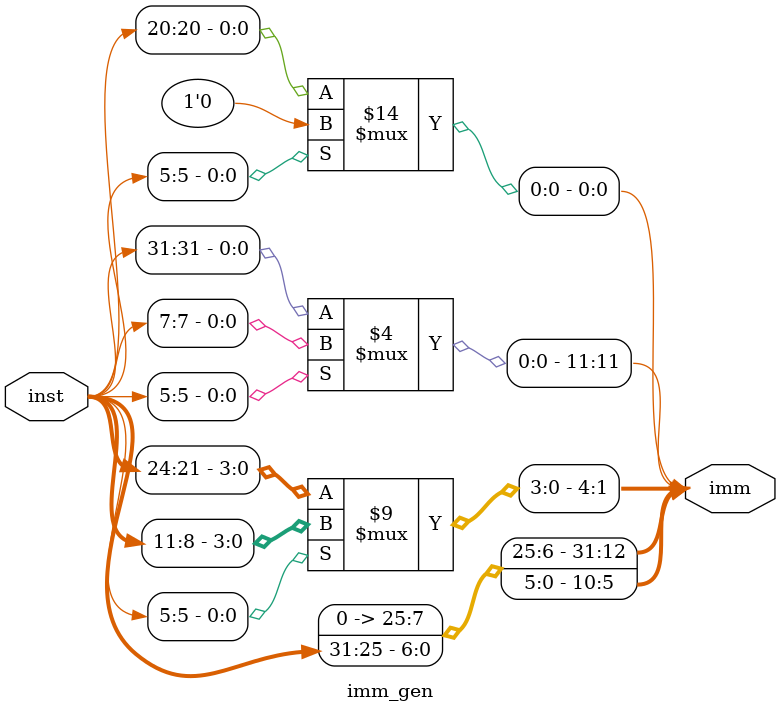
<source format=sv>
`timescale 1ns / 1ps
module imm_gen(

    input logic [31:0] inst, 
    output logic [31:0] imm

);

always_comb begin 
    imm=0;
    
    if(~inst[5])//i type 
    begin 
    imm[11:0]= inst[31:20];
    imm[31:12]=imm[11];//sign extention msb
    end 
    else
        begin
        imm[4:1]= inst[11:8];
        imm[10:5]=inst[30:25];
        imm[11]=inst[7];
        imm[12]=inst[31];
        end 
    end 

endmodule
</source>
